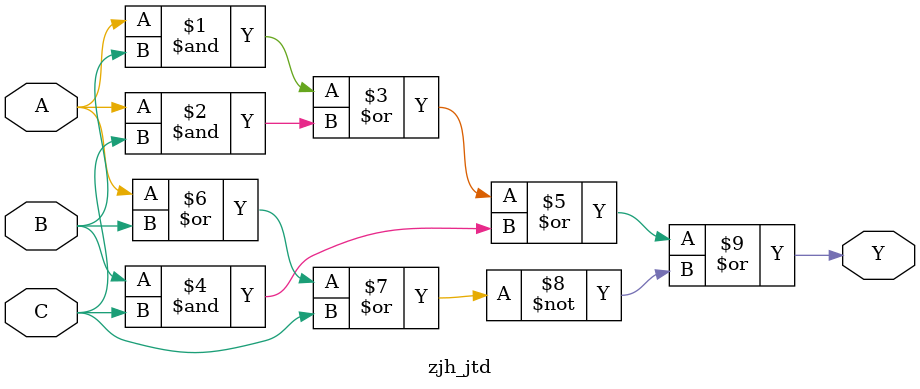
<source format=v>
module zjh_BasGate(A,B,Y1,Y2,Y3,Y4,Y5,Y6);
    input A,B;
    output Y1,Y2,Y3,Y4,Y5,Y6;
    assign Y1=A&B;
    assign Y2=~(A&B);
    assign Y3=A|B;
    assign Y4=~(A|B);
    assign Y5=A^B;
    assign Y6=~A;
endmodule

module zjh_cp(A,B,C,Y);
    input A,B,C;
    output Y;
    assign Y=(A&B)|(A&C)|(B&C);
endmodule

module zjh_jtd(A, B, C, Y);

    input A, B, C;
    output Y;
    assign Y = (A&B)|(A&C)|(B&C)|~(A|B|C);
endmodule 
</source>
